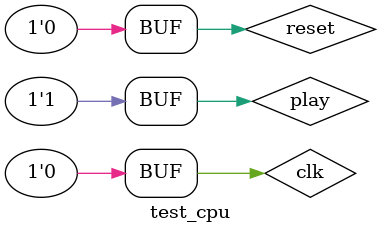
<source format=sv>
module test_cpu();

logic clk,reset,play;


cpu cpuTest(play, clk, reset);

initial begin


	 reset=0;
	 play=0;
	 #15;
	  reset=1;
	 #15;
	 reset=0;
	 #15;
	 play=1;
	 #15;
	
end



always
begin
	clk <= 1; # 10; clk <= 0; # 10;
end


endmodule 
</source>
